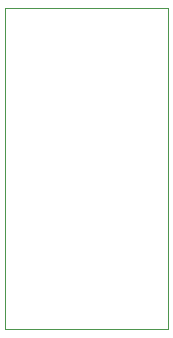
<source format=gm1>
G04 Layer_Color=16711935*
%FSLAX44Y44*%
%MOMM*%
G71*
G01*
G75*
%ADD12C,0.1000*%
D12*
X378460Y632460D02*
Y904240D01*
X516890D01*
Y632460D02*
Y904240D01*
X378460Y632460D02*
X516890D01*
M02*

</source>
